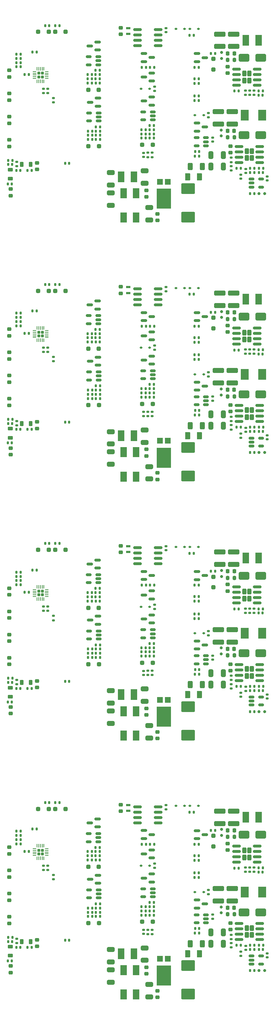
<source format=gtp>
G04 #@! TF.GenerationSoftware,KiCad,Pcbnew,8.0.5*
G04 #@! TF.CreationDate,2024-09-25T12:57:29+03:00*
G04 #@! TF.ProjectId,SH-RPi-panel,53482d52-5069-42d7-9061-6e656c2e6b69,v2.0.1*
G04 #@! TF.SameCoordinates,Original*
G04 #@! TF.FileFunction,Paste,Top*
G04 #@! TF.FilePolarity,Positive*
%FSLAX46Y46*%
G04 Gerber Fmt 4.6, Leading zero omitted, Abs format (unit mm)*
G04 Created by KiCad (PCBNEW 8.0.5) date 2024-09-25 12:57:29*
%MOMM*%
%LPD*%
G01*
G04 APERTURE LIST*
G04 Aperture macros list*
%AMRoundRect*
0 Rectangle with rounded corners*
0 $1 Rounding radius*
0 $2 $3 $4 $5 $6 $7 $8 $9 X,Y pos of 4 corners*
0 Add a 4 corners polygon primitive as box body*
4,1,4,$2,$3,$4,$5,$6,$7,$8,$9,$2,$3,0*
0 Add four circle primitives for the rounded corners*
1,1,$1+$1,$2,$3*
1,1,$1+$1,$4,$5*
1,1,$1+$1,$6,$7*
1,1,$1+$1,$8,$9*
0 Add four rect primitives between the rounded corners*
20,1,$1+$1,$2,$3,$4,$5,0*
20,1,$1+$1,$4,$5,$6,$7,0*
20,1,$1+$1,$6,$7,$8,$9,0*
20,1,$1+$1,$8,$9,$2,$3,0*%
%AMFreePoly0*
4,1,14,0.334644,0.085355,0.385355,0.034644,0.400000,-0.000711,0.400000,-0.050000,0.385355,-0.085355,0.350000,-0.100000,-0.350000,-0.100000,-0.385355,-0.085355,-0.400000,-0.050000,-0.400000,0.050000,-0.385355,0.085355,-0.350000,0.100000,0.299289,0.100000,0.334644,0.085355,0.334644,0.085355,$1*%
%AMFreePoly1*
4,1,14,0.385355,0.085355,0.400000,0.050000,0.400000,0.000711,0.385355,-0.034644,0.334644,-0.085355,0.299289,-0.100000,-0.350000,-0.100000,-0.385355,-0.085355,-0.400000,-0.050000,-0.400000,0.050000,-0.385355,0.085355,-0.350000,0.100000,0.350000,0.100000,0.385355,0.085355,0.385355,0.085355,$1*%
%AMFreePoly2*
4,1,14,0.085355,0.385355,0.100000,0.350000,0.100000,-0.350000,0.085355,-0.385355,0.050000,-0.400000,-0.050000,-0.400000,-0.085355,-0.385355,-0.100000,-0.350000,-0.100000,0.299289,-0.085355,0.334644,-0.034644,0.385355,0.000711,0.400000,0.050000,0.400000,0.085355,0.385355,0.085355,0.385355,$1*%
%AMFreePoly3*
4,1,14,0.034644,0.385355,0.085355,0.334644,0.100000,0.299289,0.100000,-0.350000,0.085355,-0.385355,0.050000,-0.400000,-0.050000,-0.400000,-0.085355,-0.385355,-0.100000,-0.350000,-0.100000,0.350000,-0.085355,0.385355,-0.050000,0.400000,-0.000711,0.400000,0.034644,0.385355,0.034644,0.385355,$1*%
%AMFreePoly4*
4,1,14,0.385355,0.085355,0.400000,0.050000,0.400000,-0.050000,0.385355,-0.085355,0.350000,-0.100000,-0.299289,-0.100000,-0.334644,-0.085355,-0.385355,-0.034644,-0.400000,0.000711,-0.400000,0.050000,-0.385355,0.085355,-0.350000,0.100000,0.350000,0.100000,0.385355,0.085355,0.385355,0.085355,$1*%
%AMFreePoly5*
4,1,14,0.385355,0.085355,0.400000,0.050000,0.400000,-0.050000,0.385355,-0.085355,0.350000,-0.100000,-0.350000,-0.100000,-0.385355,-0.085355,-0.400000,-0.050000,-0.400000,-0.000711,-0.385355,0.034644,-0.334644,0.085355,-0.299289,0.100000,0.350000,0.100000,0.385355,0.085355,0.385355,0.085355,$1*%
%AMFreePoly6*
4,1,14,0.085355,0.385355,0.100000,0.350000,0.100000,-0.299289,0.085355,-0.334644,0.034644,-0.385355,-0.000711,-0.400000,-0.050000,-0.400000,-0.085355,-0.385355,-0.100000,-0.350000,-0.100000,0.350000,-0.085355,0.385355,-0.050000,0.400000,0.050000,0.400000,0.085355,0.385355,0.085355,0.385355,$1*%
%AMFreePoly7*
4,1,14,0.085355,0.385355,0.100000,0.350000,0.100000,-0.350000,0.085355,-0.385355,0.050000,-0.400000,0.000711,-0.400000,-0.034644,-0.385355,-0.085355,-0.334644,-0.100000,-0.299289,-0.100000,0.350000,-0.085355,0.385355,-0.050000,0.400000,0.050000,0.400000,0.085355,0.385355,0.085355,0.385355,$1*%
G04 Aperture macros list end*
%ADD10RoundRect,0.112500X0.187500X0.112500X-0.187500X0.112500X-0.187500X-0.112500X0.187500X-0.112500X0*%
%ADD11RoundRect,0.140000X-0.140000X-0.170000X0.140000X-0.170000X0.140000X0.170000X-0.140000X0.170000X0*%
%ADD12RoundRect,0.135000X0.185000X-0.135000X0.185000X0.135000X-0.185000X0.135000X-0.185000X-0.135000X0*%
%ADD13RoundRect,0.150000X-0.512500X-0.150000X0.512500X-0.150000X0.512500X0.150000X-0.512500X0.150000X0*%
%ADD14RoundRect,0.135000X0.135000X0.185000X-0.135000X0.185000X-0.135000X-0.185000X0.135000X-0.185000X0*%
%ADD15RoundRect,0.250000X-1.100000X0.325000X-1.100000X-0.325000X1.100000X-0.325000X1.100000X0.325000X0*%
%ADD16RoundRect,0.225000X-0.250000X0.225000X-0.250000X-0.225000X0.250000X-0.225000X0.250000X0.225000X0*%
%ADD17RoundRect,0.135000X-0.135000X-0.185000X0.135000X-0.185000X0.135000X0.185000X-0.135000X0.185000X0*%
%ADD18RoundRect,0.250000X-0.375000X-0.625000X0.375000X-0.625000X0.375000X0.625000X-0.375000X0.625000X0*%
%ADD19RoundRect,0.135000X-0.185000X0.135000X-0.185000X-0.135000X0.185000X-0.135000X0.185000X0.135000X0*%
%ADD20RoundRect,0.147500X-0.147500X-0.172500X0.147500X-0.172500X0.147500X0.172500X-0.147500X0.172500X0*%
%ADD21RoundRect,0.218750X0.256250X-0.218750X0.256250X0.218750X-0.256250X0.218750X-0.256250X-0.218750X0*%
%ADD22RoundRect,0.250000X-0.650000X0.325000X-0.650000X-0.325000X0.650000X-0.325000X0.650000X0.325000X0*%
%ADD23R,1.500000X2.500000*%
%ADD24RoundRect,0.150000X0.512500X0.150000X-0.512500X0.150000X-0.512500X-0.150000X0.512500X-0.150000X0*%
%ADD25RoundRect,0.250000X1.000000X0.650000X-1.000000X0.650000X-1.000000X-0.650000X1.000000X-0.650000X0*%
%ADD26RoundRect,0.250000X0.250000X0.250000X-0.250000X0.250000X-0.250000X-0.250000X0.250000X-0.250000X0*%
%ADD27RoundRect,0.140000X-0.170000X0.140000X-0.170000X-0.140000X0.170000X-0.140000X0.170000X0.140000X0*%
%ADD28RoundRect,0.150000X-0.200000X0.150000X-0.200000X-0.150000X0.200000X-0.150000X0.200000X0.150000X0*%
%ADD29RoundRect,0.250000X0.312500X0.625000X-0.312500X0.625000X-0.312500X-0.625000X0.312500X-0.625000X0*%
%ADD30R,3.360000X4.860000*%
%ADD31R,1.390000X1.400000*%
%ADD32RoundRect,0.250000X-0.250000X-0.250000X0.250000X-0.250000X0.250000X0.250000X-0.250000X0.250000X0*%
%ADD33RoundRect,0.250000X-1.400000X-1.000000X1.400000X-1.000000X1.400000X1.000000X-1.400000X1.000000X0*%
%ADD34RoundRect,0.150000X0.587500X0.150000X-0.587500X0.150000X-0.587500X-0.150000X0.587500X-0.150000X0*%
%ADD35RoundRect,0.225000X0.250000X-0.225000X0.250000X0.225000X-0.250000X0.225000X-0.250000X-0.225000X0*%
%ADD36RoundRect,0.150000X0.150000X0.200000X-0.150000X0.200000X-0.150000X-0.200000X0.150000X-0.200000X0*%
%ADD37RoundRect,0.250000X0.650000X-0.325000X0.650000X0.325000X-0.650000X0.325000X-0.650000X-0.325000X0*%
%ADD38RoundRect,0.150000X-0.825000X-0.150000X0.825000X-0.150000X0.825000X0.150000X-0.825000X0.150000X0*%
%ADD39RoundRect,0.225000X0.225000X0.250000X-0.225000X0.250000X-0.225000X-0.250000X0.225000X-0.250000X0*%
%ADD40R,1.900000X2.500000*%
%ADD41RoundRect,0.250000X-0.255000X-0.440000X0.255000X-0.440000X0.255000X0.440000X-0.255000X0.440000X0*%
%ADD42RoundRect,0.172500X-0.172500X-0.172500X0.172500X-0.172500X0.172500X0.172500X-0.172500X0.172500X0*%
%ADD43FreePoly0,0.000000*%
%ADD44RoundRect,0.050000X-0.350000X-0.050000X0.350000X-0.050000X0.350000X0.050000X-0.350000X0.050000X0*%
%ADD45FreePoly1,0.000000*%
%ADD46FreePoly2,0.000000*%
%ADD47RoundRect,0.050000X-0.050000X-0.350000X0.050000X-0.350000X0.050000X0.350000X-0.050000X0.350000X0*%
%ADD48FreePoly3,0.000000*%
%ADD49FreePoly4,0.000000*%
%ADD50FreePoly5,0.000000*%
%ADD51FreePoly6,0.000000*%
%ADD52FreePoly7,0.000000*%
%ADD53RoundRect,0.200000X-0.200000X-0.275000X0.200000X-0.275000X0.200000X0.275000X-0.200000X0.275000X0*%
%ADD54RoundRect,0.140000X0.140000X0.170000X-0.140000X0.170000X-0.140000X-0.170000X0.140000X-0.170000X0*%
%ADD55RoundRect,0.250000X-0.250000X0.250000X-0.250000X-0.250000X0.250000X-0.250000X0.250000X0.250000X0*%
%ADD56RoundRect,0.150000X-0.587500X-0.150000X0.587500X-0.150000X0.587500X0.150000X-0.587500X0.150000X0*%
%ADD57RoundRect,0.112500X-0.187500X-0.112500X0.187500X-0.112500X0.187500X0.112500X-0.187500X0.112500X0*%
%ADD58RoundRect,0.140000X0.170000X-0.140000X0.170000X0.140000X-0.170000X0.140000X-0.170000X-0.140000X0*%
%ADD59R,1.600000X2.400000*%
%ADD60RoundRect,0.250000X0.325000X0.650000X-0.325000X0.650000X-0.325000X-0.650000X0.325000X-0.650000X0*%
%ADD61R,1.100000X0.600000*%
%ADD62RoundRect,0.250000X1.100000X-0.325000X1.100000X0.325000X-1.100000X0.325000X-1.100000X-0.325000X0*%
%ADD63RoundRect,0.218750X-0.218750X-0.381250X0.218750X-0.381250X0.218750X0.381250X-0.218750X0.381250X0*%
%ADD64RoundRect,0.218750X-0.381250X0.218750X-0.381250X-0.218750X0.381250X-0.218750X0.381250X0.218750X0*%
%ADD65RoundRect,0.250000X-0.325000X-0.650000X0.325000X-0.650000X0.325000X0.650000X-0.325000X0.650000X0*%
%ADD66RoundRect,0.147500X0.147500X0.172500X-0.147500X0.172500X-0.147500X-0.172500X0.147500X-0.172500X0*%
G04 APERTURE END LIST*
D10*
G04 #@! TO.C,D304*
X55150000Y-221400000D03*
X53050000Y-221400000D03*
G04 #@! TD*
D11*
G04 #@! TO.C,C1001*
X42342952Y-165330365D03*
X43302952Y-165330365D03*
G04 #@! TD*
D12*
G04 #@! TO.C,R401*
X42900000Y-46825000D03*
X42900000Y-45805000D03*
G04 #@! TD*
D13*
G04 #@! TO.C,U303*
X66562500Y-52050000D03*
X66562500Y-53000000D03*
X66562500Y-53950000D03*
X68837500Y-53950000D03*
X68837500Y-52050000D03*
G04 #@! TD*
D14*
G04 #@! TO.C,R305*
X41510000Y-148500000D03*
X40490000Y-148500000D03*
G04 #@! TD*
D15*
G04 #@! TO.C,C310*
X62000000Y-36025000D03*
X62000000Y-38975000D03*
G04 #@! TD*
D16*
G04 #@! TO.C,C402*
X9300000Y-238925000D03*
X9300000Y-240475000D03*
G04 #@! TD*
D17*
G04 #@! TO.C,R1009*
X27590000Y-90750000D03*
X28610000Y-90750000D03*
G04 #@! TD*
D18*
G04 #@! TO.C,F701*
X51400000Y-174500000D03*
X54200000Y-174500000D03*
G04 #@! TD*
D19*
G04 #@! TO.C,R410*
X18085396Y-30580000D03*
X18085396Y-31600000D03*
G04 #@! TD*
D10*
G04 #@! TO.C,D301*
X42350000Y-30600000D03*
X40250000Y-30600000D03*
G04 #@! TD*
D20*
G04 #@! TO.C,D501*
X22215000Y-232800000D03*
X23185000Y-232800000D03*
G04 #@! TD*
D17*
G04 #@! TO.C,R1012*
X27660375Y-104150000D03*
X28680375Y-104150000D03*
G04 #@! TD*
D11*
G04 #@! TO.C,C304*
X68320000Y-173500000D03*
X69280000Y-173500000D03*
G04 #@! TD*
D14*
G04 #@! TO.C,R1008*
X28610000Y-89750000D03*
X27590000Y-89750000D03*
G04 #@! TD*
D21*
G04 #@! TO.C,D506*
X9000000Y-212287500D03*
X9000000Y-210712500D03*
G04 #@! TD*
D14*
G04 #@! TO.C,R305*
X41510000Y-87000000D03*
X40490000Y-87000000D03*
G04 #@! TD*
D22*
G04 #@! TO.C,C703*
X33100000Y-55325000D03*
X33100000Y-58275000D03*
G04 #@! TD*
D14*
G04 #@! TO.C,R1011*
X28660000Y-164650000D03*
X27640000Y-164650000D03*
G04 #@! TD*
D21*
G04 #@! TO.C,D509*
X9000000Y-105787500D03*
X9000000Y-104212500D03*
G04 #@! TD*
D23*
G04 #@! TO.C,L201*
X68225000Y-142060000D03*
X65175000Y-142060000D03*
G04 #@! TD*
D14*
G04 #@! TO.C,R406*
X9710000Y-170600000D03*
X8690000Y-170600000D03*
G04 #@! TD*
D24*
G04 #@! TO.C,U302*
X55737500Y-44150000D03*
X55737500Y-43200000D03*
X55737500Y-42250000D03*
X53462500Y-42250000D03*
X53462500Y-44150000D03*
G04 #@! TD*
D14*
G04 #@! TO.C,R1003*
X30560000Y-41650000D03*
X29540000Y-41650000D03*
G04 #@! TD*
D25*
G04 #@! TO.C,D202*
X68750000Y-23250000D03*
X64750000Y-23250000D03*
G04 #@! TD*
D14*
G04 #@! TO.C,R502*
X11710000Y-207900000D03*
X10690000Y-207900000D03*
G04 #@! TD*
D11*
G04 #@! TO.C,C404*
X10620000Y-234500000D03*
X11580000Y-234500000D03*
G04 #@! TD*
D26*
G04 #@! TO.C,D504*
X22350000Y-140100000D03*
X19850000Y-140100000D03*
G04 #@! TD*
D27*
G04 #@! TO.C,C307*
X64000000Y-235520000D03*
X64000000Y-236480000D03*
G04 #@! TD*
D28*
G04 #@! TO.C,D201*
X59400000Y-23400000D03*
X59400000Y-22000000D03*
G04 #@! TD*
D27*
G04 #@! TO.C,C403*
X40900000Y-107335000D03*
X40900000Y-108295000D03*
G04 #@! TD*
D17*
G04 #@! TO.C,R1009*
X27590000Y-213750000D03*
X28610000Y-213750000D03*
G04 #@! TD*
D18*
G04 #@! TO.C,F701*
X51400000Y-113000000D03*
X54200000Y-113000000D03*
G04 #@! TD*
D29*
G04 #@! TO.C,R301*
X54862500Y-233600000D03*
X51937500Y-233600000D03*
G04 #@! TD*
D27*
G04 #@! TO.C,C312*
X65200000Y-49620000D03*
X65200000Y-50580000D03*
G04 #@! TD*
D21*
G04 #@! TO.C,D509*
X9000000Y-44287500D03*
X9000000Y-42712500D03*
G04 #@! TD*
D14*
G04 #@! TO.C,R1001*
X43332952Y-41330365D03*
X42312952Y-41330365D03*
G04 #@! TD*
G04 #@! TO.C,R316*
X54010000Y-90800000D03*
X52990000Y-90800000D03*
G04 #@! TD*
D30*
G04 #@! TO.C,D702*
X45700000Y-241200000D03*
D31*
X44780000Y-237218000D03*
X46620000Y-237218000D03*
G04 #@! TD*
D32*
G04 #@! TO.C,D1003*
X27800000Y-105750000D03*
X30300000Y-105750000D03*
G04 #@! TD*
D33*
G04 #@! TO.C,D701*
X51500000Y-115800000D03*
X51500000Y-122600000D03*
G04 #@! TD*
D34*
G04 #@! TO.C,Q1001*
X42860452Y-95980365D03*
X42860452Y-94080365D03*
X40985452Y-95030365D03*
G04 #@! TD*
D23*
G04 #@! TO.C,L702*
X35575000Y-113000000D03*
X38625000Y-113000000D03*
G04 #@! TD*
D35*
G04 #@! TO.C,C303*
X61550000Y-45775000D03*
X61550000Y-44225000D03*
G04 #@! TD*
D36*
G04 #@! TO.C,D305*
X68300000Y-55500000D03*
X69700000Y-55500000D03*
G04 #@! TD*
D37*
G04 #@! TO.C,C704*
X33100000Y-237975000D03*
X33100000Y-235025000D03*
G04 #@! TD*
D14*
G04 #@! TO.C,R1017*
X30560000Y-163650000D03*
X29540000Y-163650000D03*
G04 #@! TD*
D17*
G04 #@! TO.C,R203*
X68190000Y-154100000D03*
X69210000Y-154100000D03*
G04 #@! TD*
D24*
G04 #@! TO.C,U1001*
X43060452Y-99480365D03*
X43060452Y-98530365D03*
X43060452Y-97580365D03*
X40785452Y-97580365D03*
X40785452Y-99480365D03*
G04 #@! TD*
D11*
G04 #@! TO.C,C406*
X12620000Y-150200000D03*
X13580000Y-150200000D03*
G04 #@! TD*
D14*
G04 #@! TO.C,R1011*
X28660000Y-226150000D03*
X27640000Y-226150000D03*
G04 #@! TD*
D28*
G04 #@! TO.C,D201*
X59400000Y-84900000D03*
X59400000Y-83500000D03*
G04 #@! TD*
D26*
G04 #@! TO.C,D1002*
X30250000Y-30850000D03*
X27750000Y-30850000D03*
G04 #@! TD*
D14*
G04 #@! TO.C,R406*
X9710000Y-109100000D03*
X8690000Y-109100000D03*
G04 #@! TD*
D19*
G04 #@! TO.C,R205*
X66100000Y-215540000D03*
X66100000Y-216560000D03*
G04 #@! TD*
D35*
G04 #@! TO.C,C401*
X15600000Y-234275000D03*
X15600000Y-232725000D03*
G04 #@! TD*
D38*
G04 #@! TO.C,U801*
X39425000Y-201095000D03*
X39425000Y-202365000D03*
X39425000Y-203635000D03*
X39425000Y-204905000D03*
X44375000Y-204905000D03*
X44375000Y-203635000D03*
X44375000Y-202365000D03*
X44375000Y-201095000D03*
G04 #@! TD*
D39*
G04 #@! TO.C,C308*
X62425000Y-40600000D03*
X60875000Y-40600000D03*
G04 #@! TD*
D32*
G04 #@! TO.C,D502*
X15820000Y-17100000D03*
X18320000Y-17100000D03*
G04 #@! TD*
D40*
G04 #@! TO.C,L301*
X69050000Y-221400000D03*
X64950000Y-221400000D03*
G04 #@! TD*
D21*
G04 #@! TO.C,D509*
X9000000Y-228787500D03*
X9000000Y-227212500D03*
G04 #@! TD*
D12*
G04 #@! TO.C,R311*
X56300000Y-37410000D03*
X56300000Y-36390000D03*
G04 #@! TD*
D38*
G04 #@! TO.C,U801*
X39425000Y-16595000D03*
X39425000Y-17865000D03*
X39425000Y-19135000D03*
X39425000Y-20405000D03*
X44375000Y-20405000D03*
X44375000Y-19135000D03*
X44375000Y-17865000D03*
X44375000Y-16595000D03*
G04 #@! TD*
D41*
G04 #@! TO.C,U301*
X65450000Y-106900000D03*
X65450000Y-108550000D03*
X66650000Y-106900000D03*
X66650000Y-108550000D03*
D38*
X63575000Y-105820000D03*
X63575000Y-107090000D03*
X63575000Y-108360000D03*
X63575000Y-109630000D03*
X68525000Y-109630000D03*
X68525000Y-108360000D03*
X68525000Y-107090000D03*
X68525000Y-105820000D03*
G04 #@! TD*
D42*
G04 #@! TO.C,U401*
X15975000Y-88425000D03*
X15975000Y-89275000D03*
X16825000Y-88425000D03*
X16825000Y-89275000D03*
D43*
X14950000Y-88050000D03*
D44*
X14950000Y-88450000D03*
X14950000Y-88850000D03*
X14950000Y-89250000D03*
D45*
X14950000Y-89650000D03*
D46*
X15600000Y-90300000D03*
D47*
X16000000Y-90300000D03*
X16400000Y-90300000D03*
X16800000Y-90300000D03*
D48*
X17200000Y-90300000D03*
D49*
X17850000Y-89650000D03*
D44*
X17850000Y-89250000D03*
X17850000Y-88850000D03*
X17850000Y-88450000D03*
D50*
X17850000Y-88050000D03*
D51*
X17200000Y-87400000D03*
D47*
X16800000Y-87400000D03*
X16400000Y-87400000D03*
X16000000Y-87400000D03*
D52*
X15600000Y-87400000D03*
G04 #@! TD*
D11*
G04 #@! TO.C,C404*
X10620000Y-50000000D03*
X11580000Y-50000000D03*
G04 #@! TD*
D53*
G04 #@! TO.C,R309*
X60825000Y-165150000D03*
X62475000Y-165150000D03*
G04 #@! TD*
D14*
G04 #@! TO.C,R1005*
X41432952Y-164330365D03*
X40412952Y-164330365D03*
G04 #@! TD*
D17*
G04 #@! TO.C,R310*
X68290000Y-49500000D03*
X69310000Y-49500000D03*
G04 #@! TD*
D12*
G04 #@! TO.C,R401*
X42900000Y-108325000D03*
X42900000Y-107305000D03*
G04 #@! TD*
D34*
G04 #@! TO.C,Q302*
X42837500Y-90250000D03*
X42837500Y-88350000D03*
X40962500Y-89300000D03*
G04 #@! TD*
D24*
G04 #@! TO.C,U1001*
X43060452Y-222480365D03*
X43060452Y-221530365D03*
X43060452Y-220580365D03*
X40785452Y-220580365D03*
X40785452Y-222480365D03*
G04 #@! TD*
D54*
G04 #@! TO.C,C902*
X53980000Y-148500000D03*
X53020000Y-148500000D03*
G04 #@! TD*
D55*
G04 #@! TO.C,D901*
X57500000Y-208000000D03*
X57500000Y-210500000D03*
G04 #@! TD*
D22*
G04 #@! TO.C,C705*
X41100000Y-173125000D03*
X41100000Y-176075000D03*
G04 #@! TD*
G04 #@! TO.C,C705*
X41100000Y-234625000D03*
X41100000Y-237575000D03*
G04 #@! TD*
D56*
G04 #@! TO.C,Q303*
X53562500Y-223250000D03*
X53562500Y-225150000D03*
X55437500Y-224200000D03*
G04 #@! TD*
D14*
G04 #@! TO.C,R1003*
X30560000Y-164650000D03*
X29540000Y-164650000D03*
G04 #@! TD*
D57*
G04 #@! TO.C,D801*
X48550000Y-200900000D03*
X50650000Y-200900000D03*
G04 #@! TD*
D19*
G04 #@! TO.C,R410*
X18085396Y-153580000D03*
X18085396Y-154600000D03*
G04 #@! TD*
D35*
G04 #@! TO.C,C802*
X35500000Y-202175000D03*
X35500000Y-200625000D03*
G04 #@! TD*
D54*
G04 #@! TO.C,C902*
X53980000Y-87000000D03*
X53020000Y-87000000D03*
G04 #@! TD*
D56*
G04 #@! TO.C,U901*
X53552500Y-206770000D03*
X53552500Y-208670000D03*
X55427500Y-207720000D03*
G04 #@! TD*
D14*
G04 #@! TO.C,R1002*
X30510000Y-151250000D03*
X29490000Y-151250000D03*
G04 #@! TD*
D32*
G04 #@! TO.C,D502*
X15820000Y-140100000D03*
X18320000Y-140100000D03*
G04 #@! TD*
D54*
G04 #@! TO.C,C202*
X69180000Y-216600000D03*
X68220000Y-216600000D03*
G04 #@! TD*
D56*
G04 #@! TO.C,Q303*
X53562500Y-161750000D03*
X53562500Y-163650000D03*
X55437500Y-162700000D03*
G04 #@! TD*
D21*
G04 #@! TO.C,D506*
X9000000Y-150787500D03*
X9000000Y-149212500D03*
G04 #@! TD*
D58*
G04 #@! TO.C,C305*
X57300000Y-104680000D03*
X57300000Y-103720000D03*
G04 #@! TD*
D38*
G04 #@! TO.C,U801*
X39425000Y-139595000D03*
X39425000Y-140865000D03*
X39425000Y-142135000D03*
X39425000Y-143405000D03*
X44375000Y-143405000D03*
X44375000Y-142135000D03*
X44375000Y-140865000D03*
X44375000Y-139595000D03*
G04 #@! TD*
D27*
G04 #@! TO.C,C312*
X65200000Y-111120000D03*
X65200000Y-112080000D03*
G04 #@! TD*
D19*
G04 #@! TO.C,R409*
X17085396Y-92080000D03*
X17085396Y-93100000D03*
G04 #@! TD*
D16*
G04 #@! TO.C,R701*
X41600000Y-239225000D03*
X41600000Y-240775000D03*
G04 #@! TD*
D17*
G04 #@! TO.C,R314*
X66190000Y-117000000D03*
X67210000Y-117000000D03*
G04 #@! TD*
D14*
G04 #@! TO.C,R1001*
X43332952Y-164330365D03*
X42312952Y-164330365D03*
G04 #@! TD*
G04 #@! TO.C,R308*
X54110000Y-46600000D03*
X53090000Y-46600000D03*
G04 #@! TD*
D21*
G04 #@! TO.C,D506*
X9000000Y-89287500D03*
X9000000Y-87712500D03*
G04 #@! TD*
D59*
G04 #@! TO.C,L701*
X36100000Y-122700000D03*
X39100000Y-122700000D03*
X39100000Y-116900000D03*
X36100000Y-116900000D03*
G04 #@! TD*
D13*
G04 #@! TO.C,U303*
X66562500Y-113550000D03*
X66562500Y-114500000D03*
X66562500Y-115450000D03*
X68837500Y-115450000D03*
X68837500Y-113550000D03*
G04 #@! TD*
D16*
G04 #@! TO.C,C701*
X44200000Y-183325000D03*
X44200000Y-184875000D03*
G04 #@! TD*
D32*
G04 #@! TO.C,D1003*
X27800000Y-228750000D03*
X30300000Y-228750000D03*
G04 #@! TD*
D54*
G04 #@! TO.C,C1002*
X30480000Y-152250000D03*
X29520000Y-152250000D03*
G04 #@! TD*
D19*
G04 #@! TO.C,R409*
X17085396Y-30580000D03*
X17085396Y-31600000D03*
G04 #@! TD*
D11*
G04 #@! TO.C,C801*
X51820000Y-79400000D03*
X52780000Y-79400000D03*
G04 #@! TD*
D19*
G04 #@! TO.C,R405*
X10700000Y-47990000D03*
X10700000Y-49010000D03*
G04 #@! TD*
D60*
G04 #@! TO.C,C302*
X59875000Y-46400000D03*
X56925000Y-46400000D03*
G04 #@! TD*
D11*
G04 #@! TO.C,C901*
X56920000Y-83700000D03*
X57880000Y-83700000D03*
G04 #@! TD*
D17*
G04 #@! TO.C,R314*
X66190000Y-178500000D03*
X67210000Y-178500000D03*
G04 #@! TD*
D25*
G04 #@! TO.C,D202*
X68750000Y-146250000D03*
X64750000Y-146250000D03*
G04 #@! TD*
D35*
G04 #@! TO.C,C201*
X60900000Y-211375000D03*
X60900000Y-209825000D03*
G04 #@! TD*
D21*
G04 #@! TO.C,D507*
X9000000Y-217787500D03*
X9000000Y-216212500D03*
G04 #@! TD*
D58*
G04 #@! TO.C,C803*
X46200000Y-17180000D03*
X46200000Y-16220000D03*
G04 #@! TD*
D24*
G04 #@! TO.C,U1001*
X43060452Y-37980365D03*
X43060452Y-37030365D03*
X43060452Y-36080365D03*
X40785452Y-36080365D03*
X40785452Y-37980365D03*
G04 #@! TD*
D14*
G04 #@! TO.C,R316*
X54010000Y-29300000D03*
X52990000Y-29300000D03*
G04 #@! TD*
D61*
G04 #@! TO.C,Y801*
X37250000Y-79100000D03*
X37250000Y-77700000D03*
G04 #@! TD*
D11*
G04 #@! TO.C,C1001*
X42342952Y-103830365D03*
X43302952Y-103830365D03*
G04 #@! TD*
D39*
G04 #@! TO.C,C308*
X62425000Y-225100000D03*
X60875000Y-225100000D03*
G04 #@! TD*
D56*
G04 #@! TO.C,Q303*
X53562500Y-100250000D03*
X53562500Y-102150000D03*
X55437500Y-101200000D03*
G04 #@! TD*
D22*
G04 #@! TO.C,C705*
X41100000Y-111625000D03*
X41100000Y-114575000D03*
G04 #@! TD*
D17*
G04 #@! TO.C,R1010*
X27640000Y-102150000D03*
X28660000Y-102150000D03*
G04 #@! TD*
D39*
G04 #@! TO.C,C203*
X62450000Y-206700000D03*
X60900000Y-206700000D03*
G04 #@! TD*
D14*
G04 #@! TO.C,R1008*
X28610000Y-212750000D03*
X27590000Y-212750000D03*
G04 #@! TD*
D53*
G04 #@! TO.C,R202*
X60850000Y-23770000D03*
X62500000Y-23770000D03*
G04 #@! TD*
D17*
G04 #@! TO.C,R201*
X62490000Y-31150000D03*
X63510000Y-31150000D03*
G04 #@! TD*
D11*
G04 #@! TO.C,C801*
X51820000Y-17900000D03*
X52780000Y-17900000D03*
G04 #@! TD*
D14*
G04 #@! TO.C,R1003*
X30560000Y-103150000D03*
X29540000Y-103150000D03*
G04 #@! TD*
D17*
G04 #@! TO.C,R1006*
X40412952Y-103830365D03*
X41432952Y-103830365D03*
G04 #@! TD*
D53*
G04 #@! TO.C,R309*
X60825000Y-103650000D03*
X62475000Y-103650000D03*
G04 #@! TD*
D14*
G04 #@! TO.C,R1016*
X30510000Y-210750000D03*
X29490000Y-210750000D03*
G04 #@! TD*
D12*
G04 #@! TO.C,R401*
X42900000Y-169825000D03*
X42900000Y-168805000D03*
G04 #@! TD*
G04 #@! TO.C,R311*
X56300000Y-160410000D03*
X56300000Y-159390000D03*
G04 #@! TD*
D17*
G04 #@! TO.C,R1010*
X27640000Y-163650000D03*
X28660000Y-163650000D03*
G04 #@! TD*
D55*
G04 #@! TO.C,D901*
X57500000Y-85000000D03*
X57500000Y-87500000D03*
G04 #@! TD*
D12*
G04 #@! TO.C,R408*
X19500000Y-156810000D03*
X19500000Y-155790000D03*
G04 #@! TD*
D15*
G04 #@! TO.C,C309*
X58700000Y-97525000D03*
X58700000Y-100475000D03*
G04 #@! TD*
D11*
G04 #@! TO.C,C306*
X53120000Y-168500000D03*
X54080000Y-168500000D03*
G04 #@! TD*
D19*
G04 #@! TO.C,R405*
X10700000Y-109490000D03*
X10700000Y-110510000D03*
G04 #@! TD*
D17*
G04 #@! TO.C,R1010*
X27640000Y-225150000D03*
X28660000Y-225150000D03*
G04 #@! TD*
D34*
G04 #@! TO.C,Q1001*
X42860452Y-157480365D03*
X42860452Y-155580365D03*
X40985452Y-156530365D03*
G04 #@! TD*
D20*
G04 #@! TO.C,D402*
X8615000Y-237700000D03*
X9585000Y-237700000D03*
G04 #@! TD*
D14*
G04 #@! TO.C,R501*
X11710000Y-206900000D03*
X10690000Y-206900000D03*
G04 #@! TD*
G04 #@! TO.C,R504*
X11710000Y-25400000D03*
X10690000Y-25400000D03*
G04 #@! TD*
D17*
G04 #@! TO.C,R1010*
X27640000Y-40650000D03*
X28660000Y-40650000D03*
G04 #@! TD*
D56*
G04 #@! TO.C,Q301*
X40962500Y-145250000D03*
X40962500Y-147150000D03*
X42837500Y-146200000D03*
G04 #@! TD*
D17*
G04 #@! TO.C,R307*
X62990000Y-172500000D03*
X64010000Y-172500000D03*
G04 #@! TD*
D14*
G04 #@! TO.C,R1015*
X30510000Y-150250000D03*
X29490000Y-150250000D03*
G04 #@! TD*
D19*
G04 #@! TO.C,R405*
X10700000Y-170990000D03*
X10700000Y-172010000D03*
G04 #@! TD*
D34*
G04 #@! TO.C,Q302*
X42837500Y-151750000D03*
X42837500Y-149850000D03*
X40962500Y-150800000D03*
G04 #@! TD*
D11*
G04 #@! TO.C,C1001*
X42342952Y-42330365D03*
X43302952Y-42330365D03*
G04 #@! TD*
D17*
G04 #@! TO.C,R407*
X14490000Y-206400000D03*
X15510000Y-206400000D03*
G04 #@! TD*
D12*
G04 #@! TO.C,R408*
X19500000Y-33810000D03*
X19500000Y-32790000D03*
G04 #@! TD*
D14*
G04 #@! TO.C,R501*
X11710000Y-83900000D03*
X10690000Y-83900000D03*
G04 #@! TD*
D34*
G04 #@! TO.C,Q1003*
X30025000Y-157750000D03*
X30025000Y-155850000D03*
X28150000Y-156800000D03*
G04 #@! TD*
D56*
G04 #@! TO.C,U901*
X53552500Y-145270000D03*
X53552500Y-147170000D03*
X55427500Y-146220000D03*
G04 #@! TD*
D41*
G04 #@! TO.C,U201*
X64850000Y-211500000D03*
X64850000Y-213150000D03*
X66050000Y-211500000D03*
X66050000Y-213150000D03*
D38*
X62975000Y-210420000D03*
X62975000Y-211690000D03*
X62975000Y-212960000D03*
X62975000Y-214230000D03*
X67925000Y-214230000D03*
X67925000Y-212960000D03*
X67925000Y-211690000D03*
X67925000Y-210420000D03*
G04 #@! TD*
D34*
G04 #@! TO.C,Q1003*
X30025000Y-34750000D03*
X30025000Y-32850000D03*
X28150000Y-33800000D03*
G04 #@! TD*
D17*
G04 #@! TO.C,R1006*
X40412952Y-42330365D03*
X41432952Y-42330365D03*
G04 #@! TD*
D34*
G04 #@! TO.C,Q1002*
X29937500Y-205900000D03*
X29937500Y-204000000D03*
X28062500Y-204950000D03*
G04 #@! TD*
D35*
G04 #@! TO.C,C201*
X60900000Y-26875000D03*
X60900000Y-25325000D03*
G04 #@! TD*
D14*
G04 #@! TO.C,R308*
X54110000Y-108100000D03*
X53090000Y-108100000D03*
G04 #@! TD*
G04 #@! TO.C,R502*
X11710000Y-146400000D03*
X10690000Y-146400000D03*
G04 #@! TD*
D17*
G04 #@! TO.C,R1009*
X27590000Y-29250000D03*
X28610000Y-29250000D03*
G04 #@! TD*
D34*
G04 #@! TO.C,Q1001*
X42860452Y-218980365D03*
X42860452Y-217080365D03*
X40985452Y-218030365D03*
G04 #@! TD*
D25*
G04 #@! TO.C,D202*
X68750000Y-84750000D03*
X64750000Y-84750000D03*
G04 #@! TD*
D17*
G04 #@! TO.C,R307*
X62990000Y-49500000D03*
X64010000Y-49500000D03*
G04 #@! TD*
D28*
G04 #@! TO.C,D302*
X59350000Y-164800000D03*
X59350000Y-163400000D03*
G04 #@! TD*
D19*
G04 #@! TO.C,R404*
X41900000Y-168805000D03*
X41900000Y-169825000D03*
G04 #@! TD*
D15*
G04 #@! TO.C,C309*
X58700000Y-36025000D03*
X58700000Y-38975000D03*
G04 #@! TD*
D20*
G04 #@! TO.C,D501*
X22215000Y-109800000D03*
X23185000Y-109800000D03*
G04 #@! TD*
D17*
G04 #@! TO.C,R1012*
X27660375Y-165650000D03*
X28680375Y-165650000D03*
G04 #@! TD*
D35*
G04 #@! TO.C,C802*
X35500000Y-17675000D03*
X35500000Y-16125000D03*
G04 #@! TD*
D19*
G04 #@! TO.C,R205*
X66100000Y-31040000D03*
X66100000Y-32060000D03*
G04 #@! TD*
D14*
G04 #@! TO.C,R1005*
X41432952Y-225830365D03*
X40412952Y-225830365D03*
G04 #@! TD*
D11*
G04 #@! TO.C,C304*
X68320000Y-235000000D03*
X69280000Y-235000000D03*
G04 #@! TD*
D26*
G04 #@! TO.C,D1001*
X43072952Y-228430365D03*
X40572952Y-228430365D03*
G04 #@! TD*
D16*
G04 #@! TO.C,C402*
X9300000Y-177425000D03*
X9300000Y-178975000D03*
G04 #@! TD*
D53*
G04 #@! TO.C,R309*
X60825000Y-226650000D03*
X62475000Y-226650000D03*
G04 #@! TD*
D20*
G04 #@! TO.C,D401*
X13315000Y-111500000D03*
X14285000Y-111500000D03*
G04 #@! TD*
D36*
G04 #@! TO.C,D305*
X68300000Y-178500000D03*
X69700000Y-178500000D03*
G04 #@! TD*
D40*
G04 #@! TO.C,L301*
X69050000Y-98400000D03*
X64950000Y-98400000D03*
G04 #@! TD*
D57*
G04 #@! TO.C,D801*
X48550000Y-139400000D03*
X50650000Y-139400000D03*
G04 #@! TD*
D19*
G04 #@! TO.C,R409*
X17085396Y-215080000D03*
X17085396Y-216100000D03*
G04 #@! TD*
D62*
G04 #@! TO.C,C204*
X59000000Y-20575000D03*
X59000000Y-17625000D03*
G04 #@! TD*
D26*
G04 #@! TO.C,D1001*
X43072952Y-166930365D03*
X40572952Y-166930365D03*
G04 #@! TD*
D17*
G04 #@! TO.C,R1007*
X27590000Y-211750000D03*
X28610000Y-211750000D03*
G04 #@! TD*
D10*
G04 #@! TO.C,D304*
X55150000Y-159900000D03*
X53050000Y-159900000D03*
G04 #@! TD*
D41*
G04 #@! TO.C,U201*
X64850000Y-88500000D03*
X64850000Y-90150000D03*
X66050000Y-88500000D03*
X66050000Y-90150000D03*
D38*
X62975000Y-87420000D03*
X62975000Y-88690000D03*
X62975000Y-89960000D03*
X62975000Y-91230000D03*
X67925000Y-91230000D03*
X67925000Y-89960000D03*
X67925000Y-88690000D03*
X67925000Y-87420000D03*
G04 #@! TD*
D11*
G04 #@! TO.C,C406*
X12620000Y-211700000D03*
X13580000Y-211700000D03*
G04 #@! TD*
D17*
G04 #@! TO.C,R407*
X14490000Y-83400000D03*
X15510000Y-83400000D03*
G04 #@! TD*
D19*
G04 #@! TO.C,R304*
X61700000Y-46990000D03*
X61700000Y-48010000D03*
G04 #@! TD*
D42*
G04 #@! TO.C,U401*
X15975000Y-26925000D03*
X15975000Y-27775000D03*
X16825000Y-26925000D03*
X16825000Y-27775000D03*
D43*
X14950000Y-26550000D03*
D44*
X14950000Y-26950000D03*
X14950000Y-27350000D03*
X14950000Y-27750000D03*
D45*
X14950000Y-28150000D03*
D46*
X15600000Y-28800000D03*
D47*
X16000000Y-28800000D03*
X16400000Y-28800000D03*
X16800000Y-28800000D03*
D48*
X17200000Y-28800000D03*
D49*
X17850000Y-28150000D03*
D44*
X17850000Y-27750000D03*
X17850000Y-27350000D03*
X17850000Y-26950000D03*
D50*
X17850000Y-26550000D03*
D51*
X17200000Y-25900000D03*
D47*
X16800000Y-25900000D03*
X16400000Y-25900000D03*
X16000000Y-25900000D03*
D52*
X15600000Y-25900000D03*
G04 #@! TD*
D14*
G04 #@! TO.C,R1013*
X43332952Y-163330365D03*
X42312952Y-163330365D03*
G04 #@! TD*
D10*
G04 #@! TO.C,D304*
X55150000Y-36900000D03*
X53050000Y-36900000D03*
G04 #@! TD*
D24*
G04 #@! TO.C,U1002*
X30137500Y-24900000D03*
X30137500Y-23950000D03*
X30137500Y-23000000D03*
X27862500Y-23000000D03*
X27862500Y-24900000D03*
G04 #@! TD*
D17*
G04 #@! TO.C,R203*
X68190000Y-92600000D03*
X69210000Y-92600000D03*
G04 #@! TD*
D14*
G04 #@! TO.C,R402*
X54010000Y-156400000D03*
X52990000Y-156400000D03*
G04 #@! TD*
G04 #@! TO.C,R1018*
X30560000Y-39650000D03*
X29540000Y-39650000D03*
G04 #@! TD*
D19*
G04 #@! TO.C,R410*
X18085396Y-215080000D03*
X18085396Y-216100000D03*
G04 #@! TD*
D14*
G04 #@! TO.C,R406*
X9710000Y-47600000D03*
X8690000Y-47600000D03*
G04 #@! TD*
G04 #@! TO.C,R1013*
X43332952Y-101830365D03*
X42312952Y-101830365D03*
G04 #@! TD*
D12*
G04 #@! TO.C,R408*
X19500000Y-218310000D03*
X19500000Y-217290000D03*
G04 #@! TD*
D16*
G04 #@! TO.C,R701*
X41600000Y-177725000D03*
X41600000Y-179275000D03*
G04 #@! TD*
D33*
G04 #@! TO.C,D701*
X51500000Y-54300000D03*
X51500000Y-61100000D03*
G04 #@! TD*
D42*
G04 #@! TO.C,U401*
X15975000Y-211425000D03*
X15975000Y-212275000D03*
X16825000Y-211425000D03*
X16825000Y-212275000D03*
D43*
X14950000Y-211050000D03*
D44*
X14950000Y-211450000D03*
X14950000Y-211850000D03*
X14950000Y-212250000D03*
D45*
X14950000Y-212650000D03*
D46*
X15600000Y-213300000D03*
D47*
X16000000Y-213300000D03*
X16400000Y-213300000D03*
X16800000Y-213300000D03*
D48*
X17200000Y-213300000D03*
D49*
X17850000Y-212650000D03*
D44*
X17850000Y-212250000D03*
X17850000Y-211850000D03*
X17850000Y-211450000D03*
D50*
X17850000Y-211050000D03*
D51*
X17200000Y-210400000D03*
D47*
X16800000Y-210400000D03*
X16400000Y-210400000D03*
X16000000Y-210400000D03*
D52*
X15600000Y-210400000D03*
G04 #@! TD*
D14*
G04 #@! TO.C,R1015*
X30510000Y-211750000D03*
X29490000Y-211750000D03*
G04 #@! TD*
D17*
G04 #@! TO.C,R310*
X68290000Y-172500000D03*
X69310000Y-172500000D03*
G04 #@! TD*
D54*
G04 #@! TO.C,C1002*
X30480000Y-90750000D03*
X29520000Y-90750000D03*
G04 #@! TD*
D17*
G04 #@! TO.C,R203*
X68190000Y-215600000D03*
X69210000Y-215600000D03*
G04 #@! TD*
D61*
G04 #@! TO.C,Y801*
X37250000Y-202100000D03*
X37250000Y-200700000D03*
G04 #@! TD*
D32*
G04 #@! TO.C,D502*
X15820000Y-78600000D03*
X18320000Y-78600000D03*
G04 #@! TD*
D14*
G04 #@! TO.C,R315*
X54010000Y-212700000D03*
X52990000Y-212700000D03*
G04 #@! TD*
D17*
G04 #@! TO.C,R201*
X62490000Y-92650000D03*
X63510000Y-92650000D03*
G04 #@! TD*
G04 #@! TO.C,R303*
X42390000Y-25500000D03*
X43410000Y-25500000D03*
G04 #@! TD*
G04 #@! TO.C,R313*
X66190000Y-235000000D03*
X67210000Y-235000000D03*
G04 #@! TD*
G04 #@! TO.C,R1007*
X27590000Y-88750000D03*
X28610000Y-88750000D03*
G04 #@! TD*
D40*
G04 #@! TO.C,L301*
X69050000Y-159900000D03*
X64950000Y-159900000D03*
G04 #@! TD*
D61*
G04 #@! TO.C,Y801*
X37250000Y-140600000D03*
X37250000Y-139200000D03*
G04 #@! TD*
D11*
G04 #@! TO.C,C901*
X56920000Y-22200000D03*
X57880000Y-22200000D03*
G04 #@! TD*
D17*
G04 #@! TO.C,R312*
X66190000Y-172500000D03*
X67210000Y-172500000D03*
G04 #@! TD*
D22*
G04 #@! TO.C,C702*
X42200000Y-243325000D03*
X42200000Y-246275000D03*
G04 #@! TD*
D12*
G04 #@! TO.C,R204*
X65060000Y-32050000D03*
X65060000Y-31030000D03*
G04 #@! TD*
D14*
G04 #@! TO.C,R503*
X11700000Y-147400000D03*
X10680000Y-147400000D03*
G04 #@! TD*
G04 #@! TO.C,R501*
X11710000Y-22400000D03*
X10690000Y-22400000D03*
G04 #@! TD*
D35*
G04 #@! TO.C,C401*
X15600000Y-172775000D03*
X15600000Y-171225000D03*
G04 #@! TD*
D14*
G04 #@! TO.C,R504*
X11710000Y-86900000D03*
X10690000Y-86900000D03*
G04 #@! TD*
G04 #@! TO.C,R1017*
X30560000Y-102150000D03*
X29540000Y-102150000D03*
G04 #@! TD*
D39*
G04 #@! TO.C,C308*
X62425000Y-163600000D03*
X60875000Y-163600000D03*
G04 #@! TD*
D54*
G04 #@! TO.C,C1002*
X30480000Y-213750000D03*
X29520000Y-213750000D03*
G04 #@! TD*
D37*
G04 #@! TO.C,C704*
X33100000Y-114975000D03*
X33100000Y-112025000D03*
G04 #@! TD*
D54*
G04 #@! TO.C,C202*
X69180000Y-32100000D03*
X68220000Y-32100000D03*
G04 #@! TD*
D20*
G04 #@! TO.C,D401*
X13315000Y-50000000D03*
X14285000Y-50000000D03*
G04 #@! TD*
D39*
G04 #@! TO.C,C203*
X62450000Y-83700000D03*
X60900000Y-83700000D03*
G04 #@! TD*
D13*
G04 #@! TO.C,U303*
X66562500Y-236550000D03*
X66562500Y-237500000D03*
X66562500Y-238450000D03*
X68837500Y-238450000D03*
X68837500Y-236550000D03*
G04 #@! TD*
D35*
G04 #@! TO.C,C401*
X15600000Y-111275000D03*
X15600000Y-109725000D03*
G04 #@! TD*
D21*
G04 #@! TO.C,D508*
X9000000Y-100287500D03*
X9000000Y-98712500D03*
G04 #@! TD*
D22*
G04 #@! TO.C,C703*
X33100000Y-239825000D03*
X33100000Y-242775000D03*
G04 #@! TD*
G04 #@! TO.C,C702*
X42200000Y-120325000D03*
X42200000Y-123275000D03*
G04 #@! TD*
D21*
G04 #@! TO.C,D509*
X9000000Y-167287500D03*
X9000000Y-165712500D03*
G04 #@! TD*
D28*
G04 #@! TO.C,D302*
X59350000Y-41800000D03*
X59350000Y-40400000D03*
G04 #@! TD*
D14*
G04 #@! TO.C,R503*
X11700000Y-24400000D03*
X10680000Y-24400000D03*
G04 #@! TD*
D11*
G04 #@! TO.C,C801*
X51820000Y-202400000D03*
X52780000Y-202400000D03*
G04 #@! TD*
D27*
G04 #@! TO.C,C311*
X70300000Y-235920000D03*
X70300000Y-236880000D03*
G04 #@! TD*
D63*
G04 #@! TO.C,FB401*
X11937500Y-171600000D03*
X14062500Y-171600000D03*
G04 #@! TD*
D26*
G04 #@! TO.C,D504*
X22350000Y-17100000D03*
X19850000Y-17100000D03*
G04 #@! TD*
G04 #@! TO.C,D1002*
X30250000Y-215350000D03*
X27750000Y-215350000D03*
G04 #@! TD*
D20*
G04 #@! TO.C,D402*
X8615000Y-53200000D03*
X9585000Y-53200000D03*
G04 #@! TD*
D63*
G04 #@! TO.C,FB401*
X11937500Y-48600000D03*
X14062500Y-48600000D03*
G04 #@! TD*
D14*
G04 #@! TO.C,R1015*
X30510000Y-27250000D03*
X29490000Y-27250000D03*
G04 #@! TD*
G04 #@! TO.C,R316*
X54010000Y-213800000D03*
X52990000Y-213800000D03*
G04 #@! TD*
D62*
G04 #@! TO.C,C204*
X59000000Y-205075000D03*
X59000000Y-202125000D03*
G04 #@! TD*
D21*
G04 #@! TO.C,D506*
X9000000Y-27787500D03*
X9000000Y-26212500D03*
G04 #@! TD*
D29*
G04 #@! TO.C,R301*
X54862500Y-49100000D03*
X51937500Y-49100000D03*
G04 #@! TD*
D24*
G04 #@! TO.C,U1002*
X30137500Y-147900000D03*
X30137500Y-146950000D03*
X30137500Y-146000000D03*
X27862500Y-146000000D03*
X27862500Y-147900000D03*
G04 #@! TD*
D26*
G04 #@! TO.C,D504*
X22350000Y-201600000D03*
X19850000Y-201600000D03*
G04 #@! TD*
D17*
G04 #@! TO.C,R303*
X42390000Y-87000000D03*
X43410000Y-87000000D03*
G04 #@! TD*
D24*
G04 #@! TO.C,U1002*
X30137500Y-209400000D03*
X30137500Y-208450000D03*
X30137500Y-207500000D03*
X27862500Y-207500000D03*
X27862500Y-209400000D03*
G04 #@! TD*
D14*
G04 #@! TO.C,R305*
X41510000Y-25500000D03*
X40490000Y-25500000D03*
G04 #@! TD*
D41*
G04 #@! TO.C,U201*
X64850000Y-27000000D03*
X64850000Y-28650000D03*
X66050000Y-27000000D03*
X66050000Y-28650000D03*
D38*
X62975000Y-25920000D03*
X62975000Y-27190000D03*
X62975000Y-28460000D03*
X62975000Y-29730000D03*
X67925000Y-29730000D03*
X67925000Y-28460000D03*
X67925000Y-27190000D03*
X67925000Y-25920000D03*
G04 #@! TD*
D14*
G04 #@! TO.C,R402*
X54010000Y-217900000D03*
X52990000Y-217900000D03*
G04 #@! TD*
D41*
G04 #@! TO.C,U301*
X65450000Y-229900000D03*
X65450000Y-231550000D03*
X66650000Y-229900000D03*
X66650000Y-231550000D03*
D38*
X63575000Y-228820000D03*
X63575000Y-230090000D03*
X63575000Y-231360000D03*
X63575000Y-232630000D03*
X68525000Y-232630000D03*
X68525000Y-231360000D03*
X68525000Y-230090000D03*
X68525000Y-228820000D03*
G04 #@! TD*
D24*
G04 #@! TO.C,U1003*
X30225000Y-161250000D03*
X30225000Y-160300000D03*
X30225000Y-159350000D03*
X27950000Y-159350000D03*
X27950000Y-161250000D03*
G04 #@! TD*
D64*
G04 #@! TO.C,FB402*
X9200000Y-49837500D03*
X9200000Y-51962500D03*
G04 #@! TD*
D19*
G04 #@! TO.C,R206*
X67150000Y-92540000D03*
X67150000Y-93560000D03*
G04 #@! TD*
D34*
G04 #@! TO.C,Q1003*
X30025000Y-219250000D03*
X30025000Y-217350000D03*
X28150000Y-218300000D03*
G04 #@! TD*
D21*
G04 #@! TO.C,D508*
X9000000Y-38787500D03*
X9000000Y-37212500D03*
G04 #@! TD*
D54*
G04 #@! TO.C,C902*
X53980000Y-210000000D03*
X53020000Y-210000000D03*
G04 #@! TD*
D38*
G04 #@! TO.C,U801*
X39425000Y-78095000D03*
X39425000Y-79365000D03*
X39425000Y-80635000D03*
X39425000Y-81905000D03*
X44375000Y-81905000D03*
X44375000Y-80635000D03*
X44375000Y-79365000D03*
X44375000Y-78095000D03*
G04 #@! TD*
D54*
G04 #@! TO.C,C902*
X53980000Y-25500000D03*
X53020000Y-25500000D03*
G04 #@! TD*
D63*
G04 #@! TO.C,FB401*
X11937500Y-110100000D03*
X14062500Y-110100000D03*
G04 #@! TD*
D12*
G04 #@! TO.C,R306*
X61700000Y-173010000D03*
X61700000Y-171990000D03*
G04 #@! TD*
D11*
G04 #@! TO.C,C306*
X53120000Y-230000000D03*
X54080000Y-230000000D03*
G04 #@! TD*
D27*
G04 #@! TO.C,C307*
X64000000Y-51020000D03*
X64000000Y-51980000D03*
G04 #@! TD*
D14*
G04 #@! TO.C,R504*
X11710000Y-209900000D03*
X10690000Y-209900000D03*
G04 #@! TD*
D12*
G04 #@! TO.C,R306*
X61700000Y-111510000D03*
X61700000Y-110490000D03*
G04 #@! TD*
D35*
G04 #@! TO.C,C802*
X35500000Y-140675000D03*
X35500000Y-139125000D03*
G04 #@! TD*
D57*
G04 #@! TO.C,D802*
X51850000Y-139400000D03*
X53950000Y-139400000D03*
G04 #@! TD*
D25*
G04 #@! TO.C,D303*
X68750000Y-103150000D03*
X64750000Y-103150000D03*
G04 #@! TD*
D12*
G04 #@! TO.C,R204*
X65060000Y-93550000D03*
X65060000Y-92530000D03*
G04 #@! TD*
D20*
G04 #@! TO.C,D503*
X17515000Y-138600000D03*
X18485000Y-138600000D03*
G04 #@! TD*
D16*
G04 #@! TO.C,C402*
X9300000Y-115925000D03*
X9300000Y-117475000D03*
G04 #@! TD*
D22*
G04 #@! TO.C,C703*
X33100000Y-116825000D03*
X33100000Y-119775000D03*
G04 #@! TD*
D14*
G04 #@! TO.C,R1008*
X28610000Y-28250000D03*
X27590000Y-28250000D03*
G04 #@! TD*
G04 #@! TO.C,R1016*
X30510000Y-149250000D03*
X29490000Y-149250000D03*
G04 #@! TD*
D35*
G04 #@! TO.C,C201*
X60900000Y-88375000D03*
X60900000Y-86825000D03*
G04 #@! TD*
D17*
G04 #@! TO.C,R1007*
X27590000Y-150250000D03*
X28610000Y-150250000D03*
G04 #@! TD*
D16*
G04 #@! TO.C,C701*
X44200000Y-60325000D03*
X44200000Y-61875000D03*
G04 #@! TD*
D35*
G04 #@! TO.C,C303*
X61550000Y-107275000D03*
X61550000Y-105725000D03*
G04 #@! TD*
D42*
G04 #@! TO.C,U401*
X15975000Y-149925000D03*
X15975000Y-150775000D03*
X16825000Y-149925000D03*
X16825000Y-150775000D03*
D43*
X14950000Y-149550000D03*
D44*
X14950000Y-149950000D03*
X14950000Y-150350000D03*
X14950000Y-150750000D03*
D45*
X14950000Y-151150000D03*
D46*
X15600000Y-151800000D03*
D47*
X16000000Y-151800000D03*
X16400000Y-151800000D03*
X16800000Y-151800000D03*
D48*
X17200000Y-151800000D03*
D49*
X17850000Y-151150000D03*
D44*
X17850000Y-150750000D03*
X17850000Y-150350000D03*
X17850000Y-149950000D03*
D50*
X17850000Y-149550000D03*
D51*
X17200000Y-148900000D03*
D47*
X16800000Y-148900000D03*
X16400000Y-148900000D03*
X16000000Y-148900000D03*
D52*
X15600000Y-148900000D03*
G04 #@! TD*
D20*
G04 #@! TO.C,D503*
X17515000Y-15600000D03*
X18485000Y-15600000D03*
G04 #@! TD*
D14*
G04 #@! TO.C,R308*
X54110000Y-231100000D03*
X53090000Y-231100000D03*
G04 #@! TD*
D57*
G04 #@! TO.C,D802*
X51850000Y-77900000D03*
X53950000Y-77900000D03*
G04 #@! TD*
D11*
G04 #@! TO.C,C901*
X56920000Y-145200000D03*
X57880000Y-145200000D03*
G04 #@! TD*
D54*
G04 #@! TO.C,C1003*
X30530000Y-42650000D03*
X29570000Y-42650000D03*
G04 #@! TD*
D14*
G04 #@! TO.C,R1018*
X30560000Y-224150000D03*
X29540000Y-224150000D03*
G04 #@! TD*
D17*
G04 #@! TO.C,R314*
X66190000Y-240000000D03*
X67210000Y-240000000D03*
G04 #@! TD*
G04 #@! TO.C,R1012*
X27660375Y-227150000D03*
X28680375Y-227150000D03*
G04 #@! TD*
G04 #@! TO.C,R201*
X62490000Y-154150000D03*
X63510000Y-154150000D03*
G04 #@! TD*
D54*
G04 #@! TO.C,C202*
X69180000Y-93600000D03*
X68220000Y-93600000D03*
G04 #@! TD*
D12*
G04 #@! TO.C,R311*
X56300000Y-98910000D03*
X56300000Y-97890000D03*
G04 #@! TD*
D14*
G04 #@! TO.C,R503*
X11700000Y-85900000D03*
X10680000Y-85900000D03*
G04 #@! TD*
D23*
G04 #@! TO.C,L702*
X35575000Y-51500000D03*
X38625000Y-51500000D03*
G04 #@! TD*
D19*
G04 #@! TO.C,R410*
X18085396Y-92080000D03*
X18085396Y-93100000D03*
G04 #@! TD*
G04 #@! TO.C,R205*
X66100000Y-92540000D03*
X66100000Y-93560000D03*
G04 #@! TD*
D34*
G04 #@! TO.C,Q1003*
X30025000Y-96250000D03*
X30025000Y-94350000D03*
X28150000Y-95300000D03*
G04 #@! TD*
D37*
G04 #@! TO.C,C704*
X33100000Y-176475000D03*
X33100000Y-173525000D03*
G04 #@! TD*
D34*
G04 #@! TO.C,Q1002*
X29937500Y-144400000D03*
X29937500Y-142500000D03*
X28062500Y-143450000D03*
G04 #@! TD*
G04 #@! TO.C,Q302*
X42837500Y-213250000D03*
X42837500Y-211350000D03*
X40962500Y-212300000D03*
G04 #@! TD*
D16*
G04 #@! TO.C,C402*
X9300000Y-54425000D03*
X9300000Y-55975000D03*
G04 #@! TD*
D17*
G04 #@! TO.C,R312*
X66190000Y-111000000D03*
X67210000Y-111000000D03*
G04 #@! TD*
G04 #@! TO.C,R310*
X68290000Y-234000000D03*
X69310000Y-234000000D03*
G04 #@! TD*
G04 #@! TO.C,R1004*
X40412952Y-101830365D03*
X41432952Y-101830365D03*
G04 #@! TD*
D14*
G04 #@! TO.C,R316*
X54010000Y-152300000D03*
X52990000Y-152300000D03*
G04 #@! TD*
D56*
G04 #@! TO.C,Q301*
X40962500Y-83750000D03*
X40962500Y-85650000D03*
X42837500Y-84700000D03*
G04 #@! TD*
D16*
G04 #@! TO.C,R701*
X41600000Y-54725000D03*
X41600000Y-56275000D03*
G04 #@! TD*
D12*
G04 #@! TO.C,R302*
X43500000Y-154110000D03*
X43500000Y-153090000D03*
G04 #@! TD*
D16*
G04 #@! TO.C,C701*
X44200000Y-121825000D03*
X44200000Y-123375000D03*
G04 #@! TD*
D14*
G04 #@! TO.C,R1017*
X30560000Y-40650000D03*
X29540000Y-40650000D03*
G04 #@! TD*
D35*
G04 #@! TO.C,C802*
X35500000Y-79175000D03*
X35500000Y-77625000D03*
G04 #@! TD*
D14*
G04 #@! TO.C,R1003*
X30560000Y-226150000D03*
X29540000Y-226150000D03*
G04 #@! TD*
G04 #@! TO.C,R502*
X11710000Y-84900000D03*
X10690000Y-84900000D03*
G04 #@! TD*
G04 #@! TO.C,R308*
X54110000Y-169600000D03*
X53090000Y-169600000D03*
G04 #@! TD*
D17*
G04 #@! TO.C,R1007*
X27590000Y-27250000D03*
X28610000Y-27250000D03*
G04 #@! TD*
D30*
G04 #@! TO.C,D702*
X45700000Y-118200000D03*
D31*
X44780000Y-114218000D03*
X46620000Y-114218000D03*
G04 #@! TD*
D36*
G04 #@! TO.C,D305*
X68300000Y-117000000D03*
X69700000Y-117000000D03*
G04 #@! TD*
D54*
G04 #@! TO.C,C1003*
X30530000Y-165650000D03*
X29570000Y-165650000D03*
G04 #@! TD*
D14*
G04 #@! TO.C,R305*
X41510000Y-210000000D03*
X40490000Y-210000000D03*
G04 #@! TD*
D11*
G04 #@! TO.C,C405*
X8720000Y-48600000D03*
X9680000Y-48600000D03*
G04 #@! TD*
D62*
G04 #@! TO.C,C204*
X59000000Y-143575000D03*
X59000000Y-140625000D03*
G04 #@! TD*
D14*
G04 #@! TO.C,R503*
X11700000Y-208900000D03*
X10680000Y-208900000D03*
G04 #@! TD*
G04 #@! TO.C,R504*
X11710000Y-148400000D03*
X10690000Y-148400000D03*
G04 #@! TD*
D19*
G04 #@! TO.C,R206*
X67150000Y-215540000D03*
X67150000Y-216560000D03*
G04 #@! TD*
D12*
G04 #@! TO.C,R204*
X65060000Y-155050000D03*
X65060000Y-154030000D03*
G04 #@! TD*
D16*
G04 #@! TO.C,C701*
X44200000Y-244825000D03*
X44200000Y-246375000D03*
G04 #@! TD*
D20*
G04 #@! TO.C,D503*
X17515000Y-77100000D03*
X18485000Y-77100000D03*
G04 #@! TD*
D11*
G04 #@! TO.C,C404*
X10620000Y-173000000D03*
X11580000Y-173000000D03*
G04 #@! TD*
D21*
G04 #@! TO.C,D507*
X9000000Y-94787500D03*
X9000000Y-93212500D03*
G04 #@! TD*
D64*
G04 #@! TO.C,FB402*
X9200000Y-111337500D03*
X9200000Y-113462500D03*
G04 #@! TD*
D19*
G04 #@! TO.C,R206*
X67150000Y-31040000D03*
X67150000Y-32060000D03*
G04 #@! TD*
D14*
G04 #@! TO.C,R1011*
X28660000Y-103150000D03*
X27640000Y-103150000D03*
G04 #@! TD*
G04 #@! TO.C,R403*
X54010000Y-216800000D03*
X52990000Y-216800000D03*
G04 #@! TD*
D17*
G04 #@! TO.C,R1014*
X42312952Y-162330365D03*
X43332952Y-162330365D03*
G04 #@! TD*
D19*
G04 #@! TO.C,R409*
X17085396Y-153580000D03*
X17085396Y-154600000D03*
G04 #@! TD*
D62*
G04 #@! TO.C,C205*
X62300000Y-143575000D03*
X62300000Y-140625000D03*
G04 #@! TD*
D12*
G04 #@! TO.C,R204*
X65060000Y-216550000D03*
X65060000Y-215530000D03*
G04 #@! TD*
D17*
G04 #@! TO.C,R407*
X14490000Y-144900000D03*
X15510000Y-144900000D03*
G04 #@! TD*
D14*
G04 #@! TO.C,R1002*
X30510000Y-28250000D03*
X29490000Y-28250000D03*
G04 #@! TD*
D21*
G04 #@! TO.C,D508*
X9000000Y-161787500D03*
X9000000Y-160212500D03*
G04 #@! TD*
D12*
G04 #@! TO.C,R302*
X43500000Y-92610000D03*
X43500000Y-91590000D03*
G04 #@! TD*
D27*
G04 #@! TO.C,C311*
X70300000Y-112920000D03*
X70300000Y-113880000D03*
G04 #@! TD*
D58*
G04 #@! TO.C,C803*
X46200000Y-201680000D03*
X46200000Y-200720000D03*
G04 #@! TD*
D25*
G04 #@! TO.C,D303*
X68750000Y-164650000D03*
X64750000Y-164650000D03*
G04 #@! TD*
D20*
G04 #@! TO.C,D401*
X13315000Y-234500000D03*
X14285000Y-234500000D03*
G04 #@! TD*
D58*
G04 #@! TO.C,C305*
X57300000Y-227680000D03*
X57300000Y-226720000D03*
G04 #@! TD*
D17*
G04 #@! TO.C,R1006*
X40412952Y-226830365D03*
X41432952Y-226830365D03*
G04 #@! TD*
D22*
G04 #@! TO.C,C702*
X42200000Y-58825000D03*
X42200000Y-61775000D03*
G04 #@! TD*
D11*
G04 #@! TO.C,C405*
X8720000Y-233100000D03*
X9680000Y-233100000D03*
G04 #@! TD*
D65*
G04 #@! TO.C,C301*
X56925000Y-110600000D03*
X59875000Y-110600000D03*
G04 #@! TD*
D33*
G04 #@! TO.C,D701*
X51500000Y-177300000D03*
X51500000Y-184100000D03*
G04 #@! TD*
D11*
G04 #@! TO.C,C1001*
X42342952Y-226830365D03*
X43302952Y-226830365D03*
G04 #@! TD*
D16*
G04 #@! TO.C,R701*
X41600000Y-116225000D03*
X41600000Y-117775000D03*
G04 #@! TD*
D29*
G04 #@! TO.C,R301*
X54862500Y-110600000D03*
X51937500Y-110600000D03*
G04 #@! TD*
D32*
G04 #@! TO.C,D1003*
X27800000Y-167250000D03*
X30300000Y-167250000D03*
G04 #@! TD*
D17*
G04 #@! TO.C,R307*
X62990000Y-111000000D03*
X64010000Y-111000000D03*
G04 #@! TD*
D27*
G04 #@! TO.C,C403*
X40900000Y-45835000D03*
X40900000Y-46795000D03*
G04 #@! TD*
D33*
G04 #@! TO.C,D701*
X51500000Y-238800000D03*
X51500000Y-245600000D03*
G04 #@! TD*
D19*
G04 #@! TO.C,R304*
X61700000Y-231490000D03*
X61700000Y-232510000D03*
G04 #@! TD*
D15*
G04 #@! TO.C,C310*
X62000000Y-220525000D03*
X62000000Y-223475000D03*
G04 #@! TD*
D14*
G04 #@! TO.C,R1016*
X30510000Y-26250000D03*
X29490000Y-26250000D03*
G04 #@! TD*
G04 #@! TO.C,R1017*
X30560000Y-225150000D03*
X29540000Y-225150000D03*
G04 #@! TD*
D11*
G04 #@! TO.C,C901*
X56920000Y-206700000D03*
X57880000Y-206700000D03*
G04 #@! TD*
D27*
G04 #@! TO.C,C403*
X40900000Y-168835000D03*
X40900000Y-169795000D03*
G04 #@! TD*
D18*
G04 #@! TO.C,F701*
X51400000Y-236000000D03*
X54200000Y-236000000D03*
G04 #@! TD*
D10*
G04 #@! TO.C,D301*
X42350000Y-92100000D03*
X40250000Y-92100000D03*
G04 #@! TD*
D17*
G04 #@! TO.C,R303*
X42390000Y-210000000D03*
X43410000Y-210000000D03*
G04 #@! TD*
D11*
G04 #@! TO.C,C404*
X10620000Y-111500000D03*
X11580000Y-111500000D03*
G04 #@! TD*
D20*
G04 #@! TO.C,D501*
X22215000Y-48300000D03*
X23185000Y-48300000D03*
G04 #@! TD*
D11*
G04 #@! TO.C,C405*
X8720000Y-171600000D03*
X9680000Y-171600000D03*
G04 #@! TD*
D17*
G04 #@! TO.C,R307*
X62990000Y-234000000D03*
X64010000Y-234000000D03*
G04 #@! TD*
D61*
G04 #@! TO.C,Y801*
X37250000Y-17600000D03*
X37250000Y-16200000D03*
G04 #@! TD*
D19*
G04 #@! TO.C,R304*
X61700000Y-169990000D03*
X61700000Y-171010000D03*
G04 #@! TD*
D14*
G04 #@! TO.C,R1011*
X28660000Y-41650000D03*
X27640000Y-41650000D03*
G04 #@! TD*
G04 #@! TO.C,R1015*
X30510000Y-88750000D03*
X29490000Y-88750000D03*
G04 #@! TD*
D20*
G04 #@! TO.C,D401*
X13315000Y-173000000D03*
X14285000Y-173000000D03*
G04 #@! TD*
D14*
G04 #@! TO.C,R1001*
X43332952Y-102830365D03*
X42312952Y-102830365D03*
G04 #@! TD*
D62*
G04 #@! TO.C,C205*
X62300000Y-205075000D03*
X62300000Y-202125000D03*
G04 #@! TD*
D56*
G04 #@! TO.C,U901*
X53552500Y-22270000D03*
X53552500Y-24170000D03*
X55427500Y-23220000D03*
G04 #@! TD*
D17*
G04 #@! TO.C,R313*
X66190000Y-50500000D03*
X67210000Y-50500000D03*
G04 #@! TD*
G04 #@! TO.C,R1004*
X40412952Y-40330365D03*
X41432952Y-40330365D03*
G04 #@! TD*
D34*
G04 #@! TO.C,Q1002*
X29937500Y-21400000D03*
X29937500Y-19500000D03*
X28062500Y-20450000D03*
G04 #@! TD*
D65*
G04 #@! TO.C,C301*
X56925000Y-233600000D03*
X59875000Y-233600000D03*
G04 #@! TD*
D35*
G04 #@! TO.C,C303*
X61550000Y-168775000D03*
X61550000Y-167225000D03*
G04 #@! TD*
D57*
G04 #@! TO.C,D802*
X51850000Y-200900000D03*
X53950000Y-200900000D03*
G04 #@! TD*
D14*
G04 #@! TO.C,R402*
X54010000Y-33400000D03*
X52990000Y-33400000D03*
G04 #@! TD*
D54*
G04 #@! TO.C,C1002*
X30480000Y-29250000D03*
X29520000Y-29250000D03*
G04 #@! TD*
D40*
G04 #@! TO.C,L301*
X69050000Y-36900000D03*
X64950000Y-36900000D03*
G04 #@! TD*
D39*
G04 #@! TO.C,C308*
X62425000Y-102100000D03*
X60875000Y-102100000D03*
G04 #@! TD*
D24*
G04 #@! TO.C,U1003*
X30225000Y-99750000D03*
X30225000Y-98800000D03*
X30225000Y-97850000D03*
X27950000Y-97850000D03*
X27950000Y-99750000D03*
G04 #@! TD*
D17*
G04 #@! TO.C,R1012*
X27660375Y-42650000D03*
X28680375Y-42650000D03*
G04 #@! TD*
D59*
G04 #@! TO.C,L701*
X36100000Y-184200000D03*
X39100000Y-184200000D03*
X39100000Y-178400000D03*
X36100000Y-178400000D03*
G04 #@! TD*
D25*
G04 #@! TO.C,D202*
X68750000Y-207750000D03*
X64750000Y-207750000D03*
G04 #@! TD*
D62*
G04 #@! TO.C,C205*
X62300000Y-82075000D03*
X62300000Y-79125000D03*
G04 #@! TD*
D65*
G04 #@! TO.C,C301*
X56925000Y-49100000D03*
X59875000Y-49100000D03*
G04 #@! TD*
D25*
G04 #@! TO.C,D303*
X68750000Y-226150000D03*
X64750000Y-226150000D03*
G04 #@! TD*
D19*
G04 #@! TO.C,R404*
X41900000Y-45805000D03*
X41900000Y-46825000D03*
G04 #@! TD*
D12*
G04 #@! TO.C,R306*
X61700000Y-234510000D03*
X61700000Y-233490000D03*
G04 #@! TD*
G04 #@! TO.C,R302*
X43500000Y-31110000D03*
X43500000Y-30090000D03*
G04 #@! TD*
D55*
G04 #@! TO.C,D901*
X57500000Y-146500000D03*
X57500000Y-149000000D03*
G04 #@! TD*
D37*
G04 #@! TO.C,C704*
X33100000Y-53475000D03*
X33100000Y-50525000D03*
G04 #@! TD*
D13*
G04 #@! TO.C,U303*
X66562500Y-175050000D03*
X66562500Y-176000000D03*
X66562500Y-176950000D03*
X68837500Y-176950000D03*
X68837500Y-175050000D03*
G04 #@! TD*
D17*
G04 #@! TO.C,R201*
X62490000Y-215650000D03*
X63510000Y-215650000D03*
G04 #@! TD*
D57*
G04 #@! TO.C,D801*
X48550000Y-77900000D03*
X50650000Y-77900000D03*
G04 #@! TD*
D17*
G04 #@! TO.C,R1006*
X40412952Y-165330365D03*
X41432952Y-165330365D03*
G04 #@! TD*
D14*
G04 #@! TO.C,R501*
X11710000Y-145400000D03*
X10690000Y-145400000D03*
G04 #@! TD*
D64*
G04 #@! TO.C,FB402*
X9200000Y-172837500D03*
X9200000Y-174962500D03*
G04 #@! TD*
D12*
G04 #@! TO.C,R306*
X61700000Y-50010000D03*
X61700000Y-48990000D03*
G04 #@! TD*
D26*
G04 #@! TO.C,D1001*
X43072952Y-43930365D03*
X40572952Y-43930365D03*
G04 #@! TD*
D20*
G04 #@! TO.C,D402*
X8615000Y-114700000D03*
X9585000Y-114700000D03*
G04 #@! TD*
D14*
G04 #@! TO.C,R315*
X54010000Y-89700000D03*
X52990000Y-89700000D03*
G04 #@! TD*
D22*
G04 #@! TO.C,C705*
X41100000Y-50125000D03*
X41100000Y-53075000D03*
G04 #@! TD*
D34*
G04 #@! TO.C,Q1002*
X29937500Y-82900000D03*
X29937500Y-81000000D03*
X28062500Y-81950000D03*
G04 #@! TD*
D26*
G04 #@! TO.C,D1002*
X30250000Y-92350000D03*
X27750000Y-92350000D03*
G04 #@! TD*
D19*
G04 #@! TO.C,R404*
X41900000Y-230305000D03*
X41900000Y-231325000D03*
G04 #@! TD*
D60*
G04 #@! TO.C,C302*
X59875000Y-107900000D03*
X56925000Y-107900000D03*
G04 #@! TD*
D39*
G04 #@! TO.C,C203*
X62450000Y-22200000D03*
X60900000Y-22200000D03*
G04 #@! TD*
D11*
G04 #@! TO.C,C306*
X53120000Y-45500000D03*
X54080000Y-45500000D03*
G04 #@! TD*
D28*
G04 #@! TO.C,D201*
X59400000Y-146400000D03*
X59400000Y-145000000D03*
G04 #@! TD*
D53*
G04 #@! TO.C,R309*
X60825000Y-42150000D03*
X62475000Y-42150000D03*
G04 #@! TD*
D11*
G04 #@! TO.C,C406*
X12620000Y-27200000D03*
X13580000Y-27200000D03*
G04 #@! TD*
D19*
G04 #@! TO.C,R205*
X66100000Y-154040000D03*
X66100000Y-155060000D03*
G04 #@! TD*
D65*
G04 #@! TO.C,C301*
X56925000Y-172100000D03*
X59875000Y-172100000D03*
G04 #@! TD*
D12*
G04 #@! TO.C,R311*
X56300000Y-221910000D03*
X56300000Y-220890000D03*
G04 #@! TD*
G04 #@! TO.C,R401*
X42900000Y-231325000D03*
X42900000Y-230305000D03*
G04 #@! TD*
D58*
G04 #@! TO.C,C305*
X57300000Y-166180000D03*
X57300000Y-165220000D03*
G04 #@! TD*
D24*
G04 #@! TO.C,U1003*
X30225000Y-38250000D03*
X30225000Y-37300000D03*
X30225000Y-36350000D03*
X27950000Y-36350000D03*
X27950000Y-38250000D03*
G04 #@! TD*
D17*
G04 #@! TO.C,R313*
X66190000Y-173500000D03*
X67210000Y-173500000D03*
G04 #@! TD*
D54*
G04 #@! TO.C,C202*
X69180000Y-155100000D03*
X68220000Y-155100000D03*
G04 #@! TD*
D11*
G04 #@! TO.C,C406*
X12620000Y-88700000D03*
X13580000Y-88700000D03*
G04 #@! TD*
D12*
G04 #@! TO.C,R302*
X43500000Y-215610000D03*
X43500000Y-214590000D03*
G04 #@! TD*
D28*
G04 #@! TO.C,D302*
X59350000Y-103300000D03*
X59350000Y-101900000D03*
G04 #@! TD*
D20*
G04 #@! TO.C,D503*
X17515000Y-200100000D03*
X18485000Y-200100000D03*
G04 #@! TD*
D26*
G04 #@! TO.C,D1002*
X30250000Y-153850000D03*
X27750000Y-153850000D03*
G04 #@! TD*
D19*
G04 #@! TO.C,R304*
X61700000Y-108490000D03*
X61700000Y-109510000D03*
G04 #@! TD*
D14*
G04 #@! TO.C,R1016*
X30510000Y-87750000D03*
X29490000Y-87750000D03*
G04 #@! TD*
D10*
G04 #@! TO.C,D301*
X42350000Y-153600000D03*
X40250000Y-153600000D03*
G04 #@! TD*
D17*
G04 #@! TO.C,R407*
X14490000Y-21900000D03*
X15510000Y-21900000D03*
G04 #@! TD*
D27*
G04 #@! TO.C,C311*
X70300000Y-51420000D03*
X70300000Y-52380000D03*
G04 #@! TD*
D20*
G04 #@! TO.C,D402*
X8615000Y-176200000D03*
X9585000Y-176200000D03*
G04 #@! TD*
D66*
G04 #@! TO.C,D505*
X20885000Y-77100000D03*
X19915000Y-77100000D03*
G04 #@! TD*
D15*
G04 #@! TO.C,C310*
X62000000Y-97525000D03*
X62000000Y-100475000D03*
G04 #@! TD*
D24*
G04 #@! TO.C,U1002*
X30137500Y-86400000D03*
X30137500Y-85450000D03*
X30137500Y-84500000D03*
X27862500Y-84500000D03*
X27862500Y-86400000D03*
G04 #@! TD*
D14*
G04 #@! TO.C,R1013*
X43332952Y-224830365D03*
X42312952Y-224830365D03*
G04 #@! TD*
G04 #@! TO.C,R1013*
X43332952Y-40330365D03*
X42312952Y-40330365D03*
G04 #@! TD*
D57*
G04 #@! TO.C,D802*
X51850000Y-16400000D03*
X53950000Y-16400000D03*
G04 #@! TD*
D15*
G04 #@! TO.C,C309*
X58700000Y-220525000D03*
X58700000Y-223475000D03*
G04 #@! TD*
D24*
G04 #@! TO.C,U1003*
X30225000Y-222750000D03*
X30225000Y-221800000D03*
X30225000Y-220850000D03*
X27950000Y-220850000D03*
X27950000Y-222750000D03*
G04 #@! TD*
D17*
G04 #@! TO.C,R1009*
X27590000Y-152250000D03*
X28610000Y-152250000D03*
G04 #@! TD*
G04 #@! TO.C,R312*
X66190000Y-49500000D03*
X67210000Y-49500000D03*
G04 #@! TD*
D56*
G04 #@! TO.C,U901*
X53552500Y-83770000D03*
X53552500Y-85670000D03*
X55427500Y-84720000D03*
G04 #@! TD*
D14*
G04 #@! TO.C,R1002*
X30510000Y-89750000D03*
X29490000Y-89750000D03*
G04 #@! TD*
D17*
G04 #@! TO.C,R1004*
X40412952Y-163330365D03*
X41432952Y-163330365D03*
G04 #@! TD*
D41*
G04 #@! TO.C,U301*
X65450000Y-168400000D03*
X65450000Y-170050000D03*
X66650000Y-168400000D03*
X66650000Y-170050000D03*
D38*
X63575000Y-167320000D03*
X63575000Y-168590000D03*
X63575000Y-169860000D03*
X63575000Y-171130000D03*
X68525000Y-171130000D03*
X68525000Y-169860000D03*
X68525000Y-168590000D03*
X68525000Y-167320000D03*
G04 #@! TD*
D28*
G04 #@! TO.C,D201*
X59400000Y-207900000D03*
X59400000Y-206500000D03*
G04 #@! TD*
D66*
G04 #@! TO.C,D505*
X20885000Y-200100000D03*
X19915000Y-200100000D03*
G04 #@! TD*
D53*
G04 #@! TO.C,R202*
X60850000Y-208270000D03*
X62500000Y-208270000D03*
G04 #@! TD*
D62*
G04 #@! TO.C,C204*
X59000000Y-82075000D03*
X59000000Y-79125000D03*
G04 #@! TD*
D24*
G04 #@! TO.C,U1001*
X43060452Y-160980365D03*
X43060452Y-160030365D03*
X43060452Y-159080365D03*
X40785452Y-159080365D03*
X40785452Y-160980365D03*
G04 #@! TD*
D27*
G04 #@! TO.C,C311*
X70300000Y-174420000D03*
X70300000Y-175380000D03*
G04 #@! TD*
D55*
G04 #@! TO.C,D901*
X57500000Y-23500000D03*
X57500000Y-26000000D03*
G04 #@! TD*
D25*
G04 #@! TO.C,D303*
X68750000Y-41650000D03*
X64750000Y-41650000D03*
G04 #@! TD*
D41*
G04 #@! TO.C,U201*
X64850000Y-150000000D03*
X64850000Y-151650000D03*
X66050000Y-150000000D03*
X66050000Y-151650000D03*
D38*
X62975000Y-148920000D03*
X62975000Y-150190000D03*
X62975000Y-151460000D03*
X62975000Y-152730000D03*
X67925000Y-152730000D03*
X67925000Y-151460000D03*
X67925000Y-150190000D03*
X67925000Y-148920000D03*
G04 #@! TD*
D63*
G04 #@! TO.C,FB401*
X11937500Y-233100000D03*
X14062500Y-233100000D03*
G04 #@! TD*
D22*
G04 #@! TO.C,C702*
X42200000Y-181825000D03*
X42200000Y-184775000D03*
G04 #@! TD*
D58*
G04 #@! TO.C,C305*
X57300000Y-43180000D03*
X57300000Y-42220000D03*
G04 #@! TD*
D21*
G04 #@! TO.C,D507*
X9000000Y-33287500D03*
X9000000Y-31712500D03*
G04 #@! TD*
D30*
G04 #@! TO.C,D702*
X45700000Y-179700000D03*
D31*
X44780000Y-175718000D03*
X46620000Y-175718000D03*
G04 #@! TD*
D10*
G04 #@! TO.C,D304*
X55150000Y-98400000D03*
X53050000Y-98400000D03*
G04 #@! TD*
D11*
G04 #@! TO.C,C405*
X8720000Y-110100000D03*
X9680000Y-110100000D03*
G04 #@! TD*
D17*
G04 #@! TO.C,R1014*
X42312952Y-223830365D03*
X43332952Y-223830365D03*
G04 #@! TD*
D58*
G04 #@! TO.C,C803*
X46200000Y-140180000D03*
X46200000Y-139220000D03*
G04 #@! TD*
D19*
G04 #@! TO.C,R206*
X67150000Y-154040000D03*
X67150000Y-155060000D03*
G04 #@! TD*
D17*
G04 #@! TO.C,R303*
X42390000Y-148500000D03*
X43410000Y-148500000D03*
G04 #@! TD*
D19*
G04 #@! TO.C,R404*
X41900000Y-107305000D03*
X41900000Y-108325000D03*
G04 #@! TD*
D62*
G04 #@! TO.C,C205*
X62300000Y-20575000D03*
X62300000Y-17625000D03*
G04 #@! TD*
D41*
G04 #@! TO.C,U301*
X65450000Y-45400000D03*
X65450000Y-47050000D03*
X66650000Y-45400000D03*
X66650000Y-47050000D03*
D38*
X63575000Y-44320000D03*
X63575000Y-45590000D03*
X63575000Y-46860000D03*
X63575000Y-48130000D03*
X68525000Y-48130000D03*
X68525000Y-46860000D03*
X68525000Y-45590000D03*
X68525000Y-44320000D03*
G04 #@! TD*
D17*
G04 #@! TO.C,R1014*
X42312952Y-100830365D03*
X43332952Y-100830365D03*
G04 #@! TD*
D15*
G04 #@! TO.C,C309*
X58700000Y-159025000D03*
X58700000Y-161975000D03*
G04 #@! TD*
D26*
G04 #@! TO.C,D504*
X22350000Y-78600000D03*
X19850000Y-78600000D03*
G04 #@! TD*
D20*
G04 #@! TO.C,D501*
X22215000Y-171300000D03*
X23185000Y-171300000D03*
G04 #@! TD*
D39*
G04 #@! TO.C,C203*
X62450000Y-145200000D03*
X60900000Y-145200000D03*
G04 #@! TD*
D22*
G04 #@! TO.C,C703*
X33100000Y-178325000D03*
X33100000Y-181275000D03*
G04 #@! TD*
D32*
G04 #@! TO.C,D502*
X15820000Y-201600000D03*
X18320000Y-201600000D03*
G04 #@! TD*
D23*
G04 #@! TO.C,L201*
X68225000Y-80560000D03*
X65175000Y-80560000D03*
G04 #@! TD*
G04 #@! TO.C,L702*
X35575000Y-174500000D03*
X38625000Y-174500000D03*
G04 #@! TD*
D10*
G04 #@! TO.C,D301*
X42350000Y-215100000D03*
X40250000Y-215100000D03*
G04 #@! TD*
D64*
G04 #@! TO.C,FB402*
X9200000Y-234337500D03*
X9200000Y-236462500D03*
G04 #@! TD*
D27*
G04 #@! TO.C,C307*
X64000000Y-112520000D03*
X64000000Y-113480000D03*
G04 #@! TD*
D21*
G04 #@! TO.C,D507*
X9000000Y-156287500D03*
X9000000Y-154712500D03*
G04 #@! TD*
D27*
G04 #@! TO.C,C307*
X64000000Y-174020000D03*
X64000000Y-174980000D03*
G04 #@! TD*
D17*
G04 #@! TO.C,R1014*
X42312952Y-39330365D03*
X43332952Y-39330365D03*
G04 #@! TD*
D59*
G04 #@! TO.C,L701*
X36100000Y-61200000D03*
X39100000Y-61200000D03*
X39100000Y-55400000D03*
X36100000Y-55400000D03*
G04 #@! TD*
D14*
G04 #@! TO.C,R406*
X9710000Y-232100000D03*
X8690000Y-232100000D03*
G04 #@! TD*
D15*
G04 #@! TO.C,C310*
X62000000Y-159025000D03*
X62000000Y-161975000D03*
G04 #@! TD*
D14*
G04 #@! TO.C,R1002*
X30510000Y-212750000D03*
X29490000Y-212750000D03*
G04 #@! TD*
D53*
G04 #@! TO.C,R202*
X60850000Y-85270000D03*
X62500000Y-85270000D03*
G04 #@! TD*
D36*
G04 #@! TO.C,D305*
X68300000Y-240000000D03*
X69700000Y-240000000D03*
G04 #@! TD*
D34*
G04 #@! TO.C,Q1001*
X42860452Y-34480365D03*
X42860452Y-32580365D03*
X40985452Y-33530365D03*
G04 #@! TD*
D53*
G04 #@! TO.C,R202*
X60850000Y-146770000D03*
X62500000Y-146770000D03*
G04 #@! TD*
D14*
G04 #@! TO.C,R315*
X54010000Y-28200000D03*
X52990000Y-28200000D03*
G04 #@! TD*
D27*
G04 #@! TO.C,C312*
X65200000Y-234120000D03*
X65200000Y-235080000D03*
G04 #@! TD*
D23*
G04 #@! TO.C,L702*
X35575000Y-236000000D03*
X38625000Y-236000000D03*
G04 #@! TD*
D14*
G04 #@! TO.C,R402*
X54010000Y-94900000D03*
X52990000Y-94900000D03*
G04 #@! TD*
D18*
G04 #@! TO.C,F701*
X51400000Y-51500000D03*
X54200000Y-51500000D03*
G04 #@! TD*
D14*
G04 #@! TO.C,R1018*
X30560000Y-162650000D03*
X29540000Y-162650000D03*
G04 #@! TD*
D60*
G04 #@! TO.C,C302*
X59875000Y-230900000D03*
X56925000Y-230900000D03*
G04 #@! TD*
D17*
G04 #@! TO.C,R310*
X68290000Y-111000000D03*
X69310000Y-111000000D03*
G04 #@! TD*
D35*
G04 #@! TO.C,C303*
X61550000Y-230275000D03*
X61550000Y-228725000D03*
G04 #@! TD*
D54*
G04 #@! TO.C,C1003*
X30530000Y-227150000D03*
X29570000Y-227150000D03*
G04 #@! TD*
D14*
G04 #@! TO.C,R403*
X54010000Y-32300000D03*
X52990000Y-32300000D03*
G04 #@! TD*
D24*
G04 #@! TO.C,U302*
X55737500Y-105650000D03*
X55737500Y-104700000D03*
X55737500Y-103750000D03*
X53462500Y-103750000D03*
X53462500Y-105650000D03*
G04 #@! TD*
D23*
G04 #@! TO.C,L201*
X68225000Y-203560000D03*
X65175000Y-203560000D03*
G04 #@! TD*
D11*
G04 #@! TO.C,C304*
X68320000Y-50500000D03*
X69280000Y-50500000D03*
G04 #@! TD*
D14*
G04 #@! TO.C,R1008*
X28610000Y-151250000D03*
X27590000Y-151250000D03*
G04 #@! TD*
G04 #@! TO.C,R1001*
X43332952Y-225830365D03*
X42312952Y-225830365D03*
G04 #@! TD*
D17*
G04 #@! TO.C,R1004*
X40412952Y-224830365D03*
X41432952Y-224830365D03*
G04 #@! TD*
D14*
G04 #@! TO.C,R1005*
X41432952Y-102830365D03*
X40412952Y-102830365D03*
G04 #@! TD*
D57*
G04 #@! TO.C,D801*
X48550000Y-16400000D03*
X50650000Y-16400000D03*
G04 #@! TD*
D54*
G04 #@! TO.C,C1003*
X30530000Y-104150000D03*
X29570000Y-104150000D03*
G04 #@! TD*
D60*
G04 #@! TO.C,C302*
X59875000Y-169400000D03*
X56925000Y-169400000D03*
G04 #@! TD*
D34*
G04 #@! TO.C,Q302*
X42837500Y-28750000D03*
X42837500Y-26850000D03*
X40962500Y-27800000D03*
G04 #@! TD*
D17*
G04 #@! TO.C,R312*
X66190000Y-234000000D03*
X67210000Y-234000000D03*
G04 #@! TD*
D28*
G04 #@! TO.C,D302*
X59350000Y-226300000D03*
X59350000Y-224900000D03*
G04 #@! TD*
D35*
G04 #@! TO.C,C201*
X60900000Y-149875000D03*
X60900000Y-148325000D03*
G04 #@! TD*
G04 #@! TO.C,C401*
X15600000Y-49775000D03*
X15600000Y-48225000D03*
G04 #@! TD*
D14*
G04 #@! TO.C,R403*
X54010000Y-93800000D03*
X52990000Y-93800000D03*
G04 #@! TD*
D58*
G04 #@! TO.C,C803*
X46200000Y-78680000D03*
X46200000Y-77720000D03*
G04 #@! TD*
D14*
G04 #@! TO.C,R1005*
X41432952Y-41330365D03*
X40412952Y-41330365D03*
G04 #@! TD*
D17*
G04 #@! TO.C,R314*
X66190000Y-55500000D03*
X67210000Y-55500000D03*
G04 #@! TD*
D19*
G04 #@! TO.C,R405*
X10700000Y-232490000D03*
X10700000Y-233510000D03*
G04 #@! TD*
D30*
G04 #@! TO.C,D702*
X45700000Y-56700000D03*
D31*
X44780000Y-52718000D03*
X46620000Y-52718000D03*
G04 #@! TD*
D21*
G04 #@! TO.C,D508*
X9000000Y-223287500D03*
X9000000Y-221712500D03*
G04 #@! TD*
D56*
G04 #@! TO.C,Q301*
X40962500Y-206750000D03*
X40962500Y-208650000D03*
X42837500Y-207700000D03*
G04 #@! TD*
D27*
G04 #@! TO.C,C312*
X65200000Y-172620000D03*
X65200000Y-173580000D03*
G04 #@! TD*
D14*
G04 #@! TO.C,R502*
X11710000Y-23400000D03*
X10690000Y-23400000D03*
G04 #@! TD*
D29*
G04 #@! TO.C,R301*
X54862500Y-172100000D03*
X51937500Y-172100000D03*
G04 #@! TD*
D14*
G04 #@! TO.C,R403*
X54010000Y-155300000D03*
X52990000Y-155300000D03*
G04 #@! TD*
D66*
G04 #@! TO.C,D505*
X20885000Y-15600000D03*
X19915000Y-15600000D03*
G04 #@! TD*
D32*
G04 #@! TO.C,D1003*
X27800000Y-44250000D03*
X30300000Y-44250000D03*
G04 #@! TD*
D24*
G04 #@! TO.C,U302*
X55737500Y-228650000D03*
X55737500Y-227700000D03*
X55737500Y-226750000D03*
X53462500Y-226750000D03*
X53462500Y-228650000D03*
G04 #@! TD*
D12*
G04 #@! TO.C,R408*
X19500000Y-95310000D03*
X19500000Y-94290000D03*
G04 #@! TD*
D66*
G04 #@! TO.C,D505*
X20885000Y-138600000D03*
X19915000Y-138600000D03*
G04 #@! TD*
D59*
G04 #@! TO.C,L701*
X36100000Y-245700000D03*
X39100000Y-245700000D03*
X39100000Y-239900000D03*
X36100000Y-239900000D03*
G04 #@! TD*
D26*
G04 #@! TO.C,D1001*
X43072952Y-105430365D03*
X40572952Y-105430365D03*
G04 #@! TD*
D17*
G04 #@! TO.C,R313*
X66190000Y-112000000D03*
X67210000Y-112000000D03*
G04 #@! TD*
D56*
G04 #@! TO.C,Q301*
X40962500Y-22250000D03*
X40962500Y-24150000D03*
X42837500Y-23200000D03*
G04 #@! TD*
D27*
G04 #@! TO.C,C403*
X40900000Y-230335000D03*
X40900000Y-231295000D03*
G04 #@! TD*
D56*
G04 #@! TO.C,Q303*
X53562500Y-38750000D03*
X53562500Y-40650000D03*
X55437500Y-39700000D03*
G04 #@! TD*
D14*
G04 #@! TO.C,R1018*
X30560000Y-101150000D03*
X29540000Y-101150000D03*
G04 #@! TD*
D23*
G04 #@! TO.C,L201*
X68225000Y-19060000D03*
X65175000Y-19060000D03*
G04 #@! TD*
D14*
G04 #@! TO.C,R315*
X54010000Y-151200000D03*
X52990000Y-151200000D03*
G04 #@! TD*
D24*
G04 #@! TO.C,U302*
X55737500Y-167150000D03*
X55737500Y-166200000D03*
X55737500Y-165250000D03*
X53462500Y-165250000D03*
X53462500Y-167150000D03*
G04 #@! TD*
D11*
G04 #@! TO.C,C306*
X53120000Y-107000000D03*
X54080000Y-107000000D03*
G04 #@! TD*
G04 #@! TO.C,C801*
X51820000Y-140900000D03*
X52780000Y-140900000D03*
G04 #@! TD*
D17*
G04 #@! TO.C,R203*
X68190000Y-31100000D03*
X69210000Y-31100000D03*
G04 #@! TD*
D11*
G04 #@! TO.C,C304*
X68320000Y-112000000D03*
X69280000Y-112000000D03*
G04 #@! TD*
M02*

</source>
